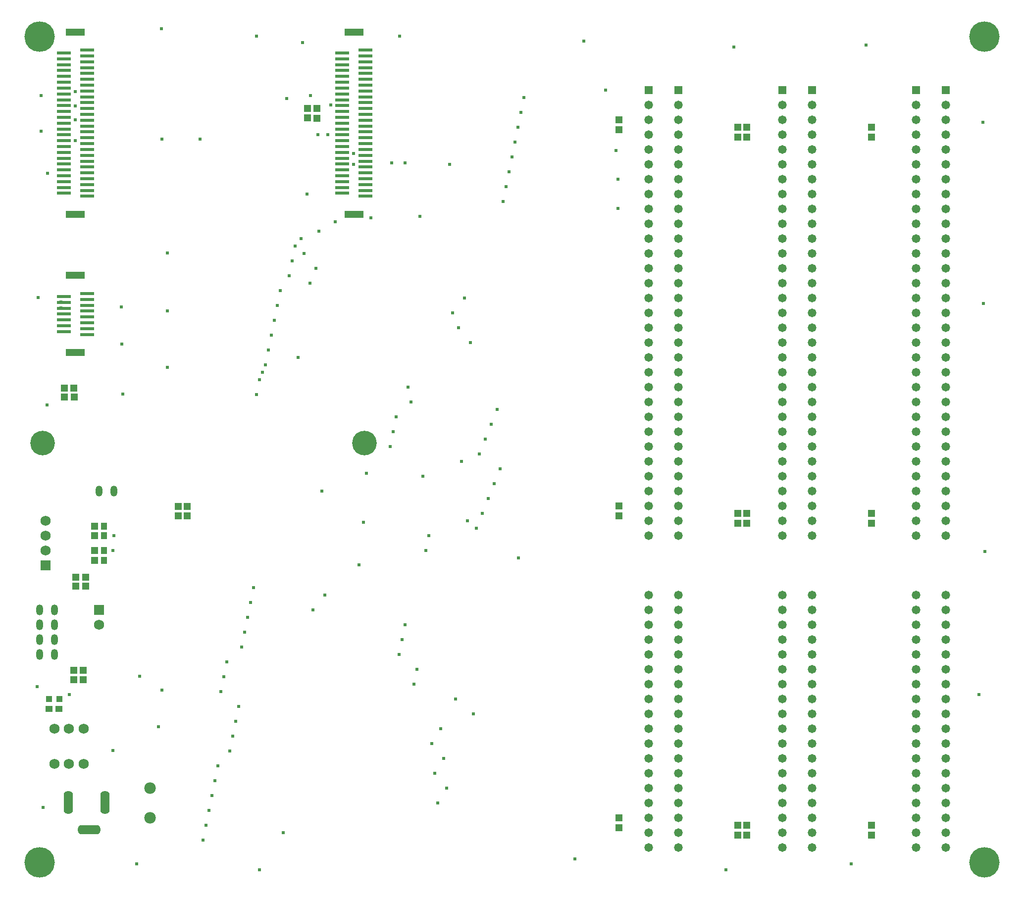
<source format=gts>
%FSLAX44Y44*%
%MOMM*%
G71*
G01*
G75*
G04 Layer_Color=8388736*
%ADD10R,0.8890X0.9652*%
%ADD11R,0.8000X0.9000*%
%ADD12R,1.0160X0.9400*%
%ADD13R,1.0160X0.9398*%
%ADD14R,0.9400X1.0160*%
%ADD15R,0.9398X1.0160*%
%ADD16R,0.9652X0.8890*%
%ADD17R,2.2000X0.3600*%
%ADD18R,3.0000X1.0000*%
%ADD19C,0.2000*%
%ADD20C,0.2032*%
%ADD21C,0.2540*%
%ADD22C,1.5240*%
%ADD23C,0.5080*%
%ADD24O,1.0160X1.6510*%
%ADD25O,1.4000X3.8000*%
%ADD26O,3.8000X1.4000*%
%ADD27C,1.5240*%
%ADD28R,1.5240X1.5240*%
%ADD29C,1.7780*%
%ADD30C,1.2700*%
%ADD31R,1.2700X1.2700*%
%ADD32C,4.0000*%
%ADD33C,5.0000*%
%ADD34C,0.4000*%
%ADD35C,0.3810*%
%ADD36C,2.0000*%
%ADD37C,0.6350*%
%ADD38C,0.3810*%
%ADD39C,0.1270*%
%ADD40C,0.1524*%
%ADD41C,0.1500*%
%ADD42C,0.2286*%
%ADD43R,1.0922X1.1684*%
%ADD44R,1.0032X1.1032*%
%ADD45R,1.2192X1.1432*%
%ADD46R,1.2192X1.1430*%
%ADD47R,1.1432X1.2192*%
%ADD48R,1.1430X1.2192*%
%ADD49R,1.1684X1.0922*%
%ADD50R,2.4032X0.5632*%
%ADD51R,3.2032X1.2032*%
%ADD52O,1.2192X1.8542*%
%ADD53O,1.6032X4.0032*%
%ADD54O,4.0032X1.6032*%
%ADD55C,1.7272*%
%ADD56R,1.7272X1.7272*%
%ADD57C,1.9812*%
%ADD58C,1.4732*%
%ADD59R,1.4732X1.4732*%
%ADD60C,4.2032*%
%ADD61C,5.2032*%
%ADD62C,0.6032*%
%ADD63C,0.5842*%
D43*
X-930910Y-787400D02*
D03*
Y-803910D02*
D03*
Y-745490D02*
D03*
Y-762000D02*
D03*
D44*
X-1007890Y-1041400D02*
D03*
X-1024890D02*
D03*
D45*
X381000Y-1257300D02*
D03*
Y-723900D02*
D03*
Y-63500D02*
D03*
X-50800Y-50800D02*
D03*
Y-711200D02*
D03*
Y-1244600D02*
D03*
X152400Y-63500D02*
D03*
X167640D02*
D03*
Y-723900D02*
D03*
X152400D02*
D03*
Y-1257300D02*
D03*
X167640D02*
D03*
X-947420Y-762000D02*
D03*
Y-787400D02*
D03*
X-583170Y-47730D02*
D03*
X-567170Y-48230D02*
D03*
X-803990Y-711770D02*
D03*
X-788990D02*
D03*
D46*
X381000Y-1273805D02*
D03*
Y-740405D02*
D03*
Y-80005D02*
D03*
X-50800Y-67305D02*
D03*
Y-727705D02*
D03*
Y-1261105D02*
D03*
X152400Y-80005D02*
D03*
X167640D02*
D03*
Y-740405D02*
D03*
X152400D02*
D03*
Y-1273805D02*
D03*
X167640D02*
D03*
X-947420Y-745495D02*
D03*
Y-803905D02*
D03*
X-583170Y-31225D02*
D03*
X-567170Y-31725D02*
D03*
X-803990Y-728275D02*
D03*
X-788990D02*
D03*
D47*
X-979170Y-833120D02*
D03*
Y-848360D02*
D03*
X-982980Y-991870D02*
D03*
Y-1008380D02*
D03*
X-982420Y-525330D02*
D03*
X-982920Y-509830D02*
D03*
D48*
X-962665Y-833120D02*
D03*
Y-848360D02*
D03*
X-966475Y-991870D02*
D03*
Y-1008380D02*
D03*
X-998925Y-525330D02*
D03*
X-999425Y-509830D02*
D03*
D49*
X-1008380Y-1057910D02*
D03*
X-1024890D02*
D03*
D50*
X-1000000Y-176500D02*
D03*
Y-166500D02*
D03*
Y-156500D02*
D03*
Y-146500D02*
D03*
Y-136500D02*
D03*
Y-126500D02*
D03*
Y-116500D02*
D03*
Y-106500D02*
D03*
Y-96500D02*
D03*
Y-86500D02*
D03*
Y23500D02*
D03*
Y33500D02*
D03*
Y43500D02*
D03*
Y53500D02*
D03*
Y63500D02*
D03*
Y13500D02*
D03*
Y3500D02*
D03*
Y-6500D02*
D03*
Y-16500D02*
D03*
Y-26500D02*
D03*
Y-36500D02*
D03*
Y-46500D02*
D03*
Y-56500D02*
D03*
Y-66500D02*
D03*
Y-76500D02*
D03*
X-960000Y68500D02*
D03*
Y58500D02*
D03*
Y48500D02*
D03*
Y38500D02*
D03*
Y28500D02*
D03*
Y-181500D02*
D03*
Y-171500D02*
D03*
Y-161500D02*
D03*
Y-151500D02*
D03*
Y-141500D02*
D03*
Y-131500D02*
D03*
Y-121500D02*
D03*
Y-111500D02*
D03*
Y-101500D02*
D03*
Y-91500D02*
D03*
Y-81500D02*
D03*
Y-71500D02*
D03*
Y-61500D02*
D03*
Y-51500D02*
D03*
Y-41500D02*
D03*
Y-31500D02*
D03*
Y18500D02*
D03*
Y8500D02*
D03*
Y-1500D02*
D03*
Y-11500D02*
D03*
Y-21500D02*
D03*
X-524000Y-176500D02*
D03*
Y-166500D02*
D03*
Y-156500D02*
D03*
Y-146500D02*
D03*
Y-136500D02*
D03*
Y-126500D02*
D03*
Y-116500D02*
D03*
Y-106500D02*
D03*
Y-96500D02*
D03*
Y-86500D02*
D03*
Y23500D02*
D03*
Y33500D02*
D03*
Y43500D02*
D03*
Y53500D02*
D03*
Y63500D02*
D03*
Y13500D02*
D03*
Y3500D02*
D03*
Y-6500D02*
D03*
Y-16500D02*
D03*
Y-26500D02*
D03*
Y-36500D02*
D03*
Y-46500D02*
D03*
Y-56500D02*
D03*
Y-66500D02*
D03*
Y-76500D02*
D03*
X-484000Y68500D02*
D03*
Y58500D02*
D03*
Y48500D02*
D03*
Y38500D02*
D03*
Y28500D02*
D03*
Y-181500D02*
D03*
Y-171500D02*
D03*
Y-161500D02*
D03*
Y-151500D02*
D03*
Y-141500D02*
D03*
Y-131500D02*
D03*
Y-121500D02*
D03*
Y-111500D02*
D03*
Y-101500D02*
D03*
Y-91500D02*
D03*
Y-81500D02*
D03*
Y-71500D02*
D03*
Y-61500D02*
D03*
Y-51500D02*
D03*
Y-41500D02*
D03*
Y-31500D02*
D03*
Y18500D02*
D03*
Y8500D02*
D03*
Y-1500D02*
D03*
Y-11500D02*
D03*
Y-21500D02*
D03*
X-960000Y-418000D02*
D03*
Y-408000D02*
D03*
Y-398000D02*
D03*
Y-388000D02*
D03*
Y-378000D02*
D03*
Y-368000D02*
D03*
Y-358000D02*
D03*
Y-348000D02*
D03*
X-1000000Y-353000D02*
D03*
Y-363000D02*
D03*
Y-373000D02*
D03*
Y-383000D02*
D03*
Y-393000D02*
D03*
Y-403000D02*
D03*
Y-413000D02*
D03*
D51*
X-980000Y99500D02*
D03*
Y-212500D02*
D03*
X-504000Y99500D02*
D03*
Y-212500D02*
D03*
X-980000Y-449000D02*
D03*
X-980000Y-317000D02*
D03*
D52*
X-1041400Y-889000D02*
D03*
X-1016000D02*
D03*
X-1041400Y-914400D02*
D03*
X-1016000D02*
D03*
X-1041400Y-939800D02*
D03*
X-1016000D02*
D03*
X-1041400Y-965200D02*
D03*
X-1016000D02*
D03*
X-914400Y-685800D02*
D03*
X-939800D02*
D03*
D53*
X-929640Y-1217930D02*
D03*
X-991870D02*
D03*
D54*
X-956310Y-1264920D02*
D03*
D55*
X-1016000Y-1092200D02*
D03*
X-991000D02*
D03*
X-966000D02*
D03*
Y-1152200D02*
D03*
X-991000D02*
D03*
X-1016000D02*
D03*
X-1031240Y-736600D02*
D03*
Y-762000D02*
D03*
Y-787400D02*
D03*
X-939800Y-914400D02*
D03*
D56*
X-1031240Y-812800D02*
D03*
X-939800Y-889000D02*
D03*
D57*
X-852170Y-1244600D02*
D03*
Y-1193800D02*
D03*
D58*
X457200Y-1295400D02*
D03*
Y-1270000D02*
D03*
Y-1244600D02*
D03*
Y-1219200D02*
D03*
Y-1193800D02*
D03*
Y-1168400D02*
D03*
Y-1143000D02*
D03*
Y-1117600D02*
D03*
Y-1092200D02*
D03*
Y-1066800D02*
D03*
Y-1041400D02*
D03*
Y-1016000D02*
D03*
Y-990600D02*
D03*
Y-965200D02*
D03*
Y-939800D02*
D03*
Y-914400D02*
D03*
Y-889000D02*
D03*
Y-863600D02*
D03*
X508000Y-1295400D02*
D03*
Y-1270000D02*
D03*
Y-1244600D02*
D03*
Y-1219200D02*
D03*
Y-1193800D02*
D03*
Y-1168400D02*
D03*
Y-1143000D02*
D03*
Y-1117600D02*
D03*
Y-1092200D02*
D03*
Y-1066800D02*
D03*
Y-1041400D02*
D03*
Y-1016000D02*
D03*
Y-990600D02*
D03*
Y-965200D02*
D03*
Y-939800D02*
D03*
Y-914400D02*
D03*
Y-889000D02*
D03*
Y-863600D02*
D03*
Y-25400D02*
D03*
Y-50800D02*
D03*
Y-76200D02*
D03*
Y-101600D02*
D03*
Y-127000D02*
D03*
Y-152400D02*
D03*
Y-177800D02*
D03*
Y-203200D02*
D03*
Y-228600D02*
D03*
Y-254000D02*
D03*
Y-279400D02*
D03*
Y-304800D02*
D03*
Y-330200D02*
D03*
Y-355600D02*
D03*
Y-381000D02*
D03*
Y-406400D02*
D03*
Y-431800D02*
D03*
Y-457200D02*
D03*
Y-482600D02*
D03*
Y-508000D02*
D03*
Y-533400D02*
D03*
Y-558800D02*
D03*
Y-584200D02*
D03*
Y-609600D02*
D03*
Y-635000D02*
D03*
Y-660400D02*
D03*
Y-685800D02*
D03*
Y-711200D02*
D03*
Y-736600D02*
D03*
Y-762000D02*
D03*
X457200Y-25400D02*
D03*
Y-50800D02*
D03*
Y-76200D02*
D03*
Y-101600D02*
D03*
Y-127000D02*
D03*
Y-152400D02*
D03*
Y-177800D02*
D03*
Y-203200D02*
D03*
Y-228600D02*
D03*
Y-254000D02*
D03*
Y-279400D02*
D03*
Y-304800D02*
D03*
Y-330200D02*
D03*
Y-355600D02*
D03*
Y-381000D02*
D03*
Y-406400D02*
D03*
Y-431800D02*
D03*
Y-457200D02*
D03*
Y-482600D02*
D03*
Y-508000D02*
D03*
Y-533400D02*
D03*
Y-558800D02*
D03*
Y-584200D02*
D03*
Y-609600D02*
D03*
Y-635000D02*
D03*
Y-660400D02*
D03*
Y-685800D02*
D03*
Y-711200D02*
D03*
Y-736600D02*
D03*
Y-762000D02*
D03*
X0Y-1295400D02*
D03*
Y-1270000D02*
D03*
Y-1244600D02*
D03*
Y-1219200D02*
D03*
Y-1193800D02*
D03*
Y-1168400D02*
D03*
Y-1143000D02*
D03*
Y-1117600D02*
D03*
Y-1092200D02*
D03*
Y-1066800D02*
D03*
Y-1041400D02*
D03*
Y-1016000D02*
D03*
Y-990600D02*
D03*
Y-965200D02*
D03*
Y-939800D02*
D03*
Y-914400D02*
D03*
Y-889000D02*
D03*
Y-863600D02*
D03*
X50800Y-1295400D02*
D03*
Y-1270000D02*
D03*
Y-1244600D02*
D03*
Y-1219200D02*
D03*
Y-1193800D02*
D03*
Y-1168400D02*
D03*
Y-1143000D02*
D03*
Y-1117600D02*
D03*
Y-1092200D02*
D03*
Y-1066800D02*
D03*
Y-1041400D02*
D03*
Y-1016000D02*
D03*
Y-990600D02*
D03*
Y-965200D02*
D03*
Y-939800D02*
D03*
Y-914400D02*
D03*
Y-889000D02*
D03*
Y-863600D02*
D03*
Y-25400D02*
D03*
Y-50800D02*
D03*
Y-76200D02*
D03*
Y-101600D02*
D03*
Y-127000D02*
D03*
Y-152400D02*
D03*
Y-177800D02*
D03*
Y-203200D02*
D03*
Y-228600D02*
D03*
Y-254000D02*
D03*
Y-279400D02*
D03*
Y-304800D02*
D03*
Y-330200D02*
D03*
Y-355600D02*
D03*
Y-381000D02*
D03*
Y-406400D02*
D03*
Y-431800D02*
D03*
Y-457200D02*
D03*
Y-482600D02*
D03*
Y-508000D02*
D03*
Y-533400D02*
D03*
Y-558800D02*
D03*
Y-584200D02*
D03*
Y-609600D02*
D03*
Y-635000D02*
D03*
Y-660400D02*
D03*
Y-685800D02*
D03*
Y-711200D02*
D03*
Y-736600D02*
D03*
Y-762000D02*
D03*
X0Y-25400D02*
D03*
Y-50800D02*
D03*
Y-76200D02*
D03*
Y-101600D02*
D03*
Y-127000D02*
D03*
Y-152400D02*
D03*
Y-177800D02*
D03*
Y-203200D02*
D03*
Y-228600D02*
D03*
Y-254000D02*
D03*
Y-279400D02*
D03*
Y-304800D02*
D03*
Y-330200D02*
D03*
Y-355600D02*
D03*
Y-381000D02*
D03*
Y-406400D02*
D03*
Y-431800D02*
D03*
Y-457200D02*
D03*
Y-482600D02*
D03*
Y-508000D02*
D03*
Y-533400D02*
D03*
Y-558800D02*
D03*
Y-584200D02*
D03*
Y-609600D02*
D03*
Y-635000D02*
D03*
Y-660400D02*
D03*
Y-685800D02*
D03*
Y-711200D02*
D03*
Y-736600D02*
D03*
Y-762000D02*
D03*
X228600Y-1295400D02*
D03*
Y-1270000D02*
D03*
Y-1244600D02*
D03*
Y-1219200D02*
D03*
Y-1193800D02*
D03*
Y-1168400D02*
D03*
Y-1143000D02*
D03*
Y-1117600D02*
D03*
Y-1092200D02*
D03*
Y-1066800D02*
D03*
Y-1041400D02*
D03*
Y-1016000D02*
D03*
Y-990600D02*
D03*
Y-965200D02*
D03*
Y-939800D02*
D03*
Y-914400D02*
D03*
Y-889000D02*
D03*
Y-863600D02*
D03*
X279400Y-1295400D02*
D03*
Y-1270000D02*
D03*
Y-1244600D02*
D03*
Y-1219200D02*
D03*
Y-1193800D02*
D03*
Y-1168400D02*
D03*
Y-1143000D02*
D03*
Y-1117600D02*
D03*
Y-1092200D02*
D03*
Y-1066800D02*
D03*
Y-1041400D02*
D03*
Y-1016000D02*
D03*
Y-990600D02*
D03*
Y-965200D02*
D03*
Y-939800D02*
D03*
Y-914400D02*
D03*
Y-889000D02*
D03*
Y-863600D02*
D03*
Y-25400D02*
D03*
Y-50800D02*
D03*
Y-76200D02*
D03*
Y-101600D02*
D03*
Y-127000D02*
D03*
Y-152400D02*
D03*
Y-177800D02*
D03*
Y-203200D02*
D03*
Y-228600D02*
D03*
Y-254000D02*
D03*
Y-279400D02*
D03*
Y-304800D02*
D03*
Y-330200D02*
D03*
Y-355600D02*
D03*
Y-381000D02*
D03*
Y-406400D02*
D03*
Y-431800D02*
D03*
Y-457200D02*
D03*
Y-482600D02*
D03*
Y-508000D02*
D03*
Y-533400D02*
D03*
Y-558800D02*
D03*
Y-584200D02*
D03*
Y-609600D02*
D03*
Y-635000D02*
D03*
Y-660400D02*
D03*
Y-685800D02*
D03*
Y-711200D02*
D03*
Y-736600D02*
D03*
Y-762000D02*
D03*
X228600Y-25400D02*
D03*
Y-50800D02*
D03*
Y-76200D02*
D03*
Y-101600D02*
D03*
Y-127000D02*
D03*
Y-152400D02*
D03*
Y-177800D02*
D03*
Y-203200D02*
D03*
Y-228600D02*
D03*
Y-254000D02*
D03*
Y-279400D02*
D03*
Y-304800D02*
D03*
Y-330200D02*
D03*
Y-355600D02*
D03*
Y-381000D02*
D03*
Y-406400D02*
D03*
Y-431800D02*
D03*
Y-457200D02*
D03*
Y-482600D02*
D03*
Y-508000D02*
D03*
Y-533400D02*
D03*
Y-558800D02*
D03*
Y-584200D02*
D03*
Y-609600D02*
D03*
Y-635000D02*
D03*
Y-660400D02*
D03*
Y-685800D02*
D03*
Y-711200D02*
D03*
Y-736600D02*
D03*
Y-762000D02*
D03*
D59*
X508000Y0D02*
D03*
X457200D02*
D03*
X50800D02*
D03*
X0D02*
D03*
X279400D02*
D03*
X228600D02*
D03*
D60*
X-1036000Y-604000D02*
D03*
X-486000D02*
D03*
D61*
X-1041400Y91440D02*
D03*
Y-1320800D02*
D03*
X574040Y91440D02*
D03*
Y-1320800D02*
D03*
D62*
X-990600Y3810D02*
D03*
X-584200Y-177800D02*
D03*
X-762000Y-1282700D02*
D03*
X-756920Y-1257300D02*
D03*
X-751840Y-1231900D02*
D03*
X-746760Y-1206500D02*
D03*
X-624840Y-1270000D02*
D03*
X-741680Y-1181100D02*
D03*
X-736600Y-1155700D02*
D03*
X-716280Y-1130300D02*
D03*
X-711200Y-1104900D02*
D03*
X-706120Y-1079500D02*
D03*
X-701040Y-1054100D02*
D03*
X-731520Y-1028700D02*
D03*
X-726440Y-1003300D02*
D03*
X-721360Y-977900D02*
D03*
X-695960Y-952500D02*
D03*
X-690880Y-927100D02*
D03*
X-685800Y-901700D02*
D03*
X-680720Y-876300D02*
D03*
X-675640Y-850900D02*
D03*
X-574040Y-889000D02*
D03*
X-553720Y-863600D02*
D03*
X-426720Y-965200D02*
D03*
X-421640Y-939800D02*
D03*
X-416560Y-914400D02*
D03*
X-396240Y-990600D02*
D03*
X-401320Y-1016000D02*
D03*
X-345440Y-1193800D02*
D03*
X-360680Y-1219200D02*
D03*
X-365760Y-1168400D02*
D03*
X-350520Y-1143000D02*
D03*
X-370840Y-1117600D02*
D03*
X-355600Y-1092200D02*
D03*
X-299720Y-1066800D02*
D03*
X-330200Y-1041400D02*
D03*
X-375920Y-762000D02*
D03*
X-381000Y-787400D02*
D03*
X-386080Y-660400D02*
D03*
X-558800Y-685800D02*
D03*
X-441960Y-609600D02*
D03*
X-436880Y-584200D02*
D03*
X-431800Y-558800D02*
D03*
X-411480Y-508000D02*
D03*
X-406400Y-533400D02*
D03*
X-320040Y-635000D02*
D03*
X-309880Y-736600D02*
D03*
X-294640Y-749300D02*
D03*
X-284480Y-723900D02*
D03*
X-274320Y-698500D02*
D03*
X-264160Y-673100D02*
D03*
X-254000Y-647700D02*
D03*
X-279400Y-596900D02*
D03*
X-269240Y-571500D02*
D03*
X-259080Y-546100D02*
D03*
X-289560Y-622300D02*
D03*
X-304800Y-431800D02*
D03*
X-325120Y-406400D02*
D03*
X-335280Y-381000D02*
D03*
X-314960Y-355600D02*
D03*
X-391160Y-215900D02*
D03*
X-340360Y-127000D02*
D03*
X-248920Y-190500D02*
D03*
X-243840Y-165100D02*
D03*
X-238760Y-139700D02*
D03*
X-233680Y-114300D02*
D03*
X-228600Y-88900D02*
D03*
X-223520Y-63500D02*
D03*
X-213360Y-12700D02*
D03*
X-218440Y-38100D02*
D03*
X-563880Y-241300D02*
D03*
X-594360Y-254000D02*
D03*
X-589280Y-279400D02*
D03*
X-604520Y-266700D02*
D03*
X-609600Y-292100D02*
D03*
X-568960Y-304800D02*
D03*
X-579120Y-330200D02*
D03*
X-614680Y-317500D02*
D03*
X-629920Y-342900D02*
D03*
X-635000Y-368300D02*
D03*
X-640080Y-393700D02*
D03*
X-645160Y-419100D02*
D03*
X-599440Y-457200D02*
D03*
X-650240Y-444500D02*
D03*
X-655320Y-469900D02*
D03*
X-660400Y-482600D02*
D03*
X-665480Y-495300D02*
D03*
X-670560Y-520700D02*
D03*
X-548640Y-76200D02*
D03*
X-543560Y-25400D02*
D03*
X-914400Y-762000D02*
D03*
X-915670Y-787400D02*
D03*
X-567170Y-48230D02*
D03*
X-583170Y-47730D02*
D03*
X-982920Y-509830D02*
D03*
X-982420Y-525330D02*
D03*
X-803990Y-711770D02*
D03*
X-788990D02*
D03*
X-979170Y-833120D02*
D03*
Y-848360D02*
D03*
X-982980Y-991870D02*
D03*
Y-1008380D02*
D03*
X-1004570Y-382270D02*
D03*
Y-372110D02*
D03*
Y-361950D02*
D03*
X-1005840Y-353060D02*
D03*
X-50800Y-711200D02*
D03*
X152400Y-723900D02*
D03*
X167640D02*
D03*
X381000D02*
D03*
X-50800Y-1244600D02*
D03*
X152400Y-1257300D02*
D03*
X167640D02*
D03*
X381000D02*
D03*
X-50800Y-50800D02*
D03*
X381000Y-63500D02*
D03*
X167640D02*
D03*
X152400D02*
D03*
X-1027430Y-142240D02*
D03*
X-524000Y-126500D02*
D03*
X-425450Y92710D02*
D03*
X-591820Y81280D02*
D03*
X-577850Y-8890D02*
D03*
X-565150Y-76200D02*
D03*
X-439420Y-124460D02*
D03*
X-416560D02*
D03*
X-504190Y-127000D02*
D03*
Y-107950D02*
D03*
X-474980Y-218440D02*
D03*
X-535940Y-224790D02*
D03*
X-482600Y-655320D02*
D03*
X-495300Y-811530D02*
D03*
X-487680Y-739140D02*
D03*
X-222250Y-800100D02*
D03*
X-822960Y-278130D02*
D03*
Y-377190D02*
D03*
Y-473710D02*
D03*
X-901700Y-370840D02*
D03*
X-900430Y-434340D02*
D03*
X-899160Y-519430D02*
D03*
X-1028700Y-538480D02*
D03*
X-1043940Y-354330D02*
D03*
X-1038860Y-8890D02*
D03*
Y-69850D02*
D03*
X-980440Y-2540D02*
D03*
Y-26670D02*
D03*
Y-50800D02*
D03*
Y-86360D02*
D03*
X-767080Y-83820D02*
D03*
X-831850D02*
D03*
X-670560Y92710D02*
D03*
X-833120Y105410D02*
D03*
X-618490Y-13970D02*
D03*
X-831850Y-1026160D02*
D03*
X-838200Y-1088390D02*
D03*
X-915670Y-1129030D02*
D03*
X-869950Y-1002030D02*
D03*
X-1045210Y-1019810D02*
D03*
X-990600Y-1033780D02*
D03*
X-1035050Y-1226820D02*
D03*
X-875030Y-1323340D02*
D03*
X-665480Y-1333500D02*
D03*
X132080D02*
D03*
X346710Y-1323340D02*
D03*
X-125730Y-1314450D02*
D03*
X565150Y-1033780D02*
D03*
X575310Y-788670D02*
D03*
X572770Y-364490D02*
D03*
X571500Y-54610D02*
D03*
X372110Y77470D02*
D03*
X146050Y73660D02*
D03*
X-110490Y83820D02*
D03*
X-52070Y-152400D02*
D03*
Y-201930D02*
D03*
X-55880Y-102870D02*
D03*
X-73660Y0D02*
D03*
D63*
X-960000Y-141500D02*
D03*
M02*

</source>
